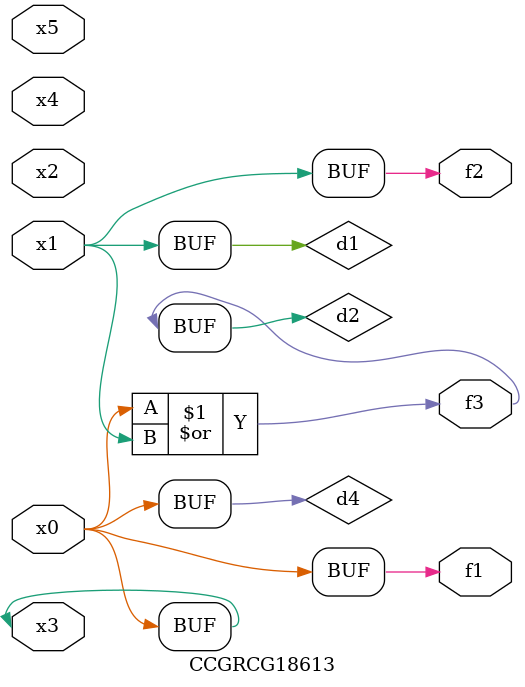
<source format=v>
module CCGRCG18613(
	input x0, x1, x2, x3, x4, x5,
	output f1, f2, f3
);

	wire d1, d2, d3, d4;

	and (d1, x1);
	or (d2, x0, x1);
	nand (d3, x0, x5);
	buf (d4, x0, x3);
	assign f1 = d4;
	assign f2 = d1;
	assign f3 = d2;
endmodule

</source>
